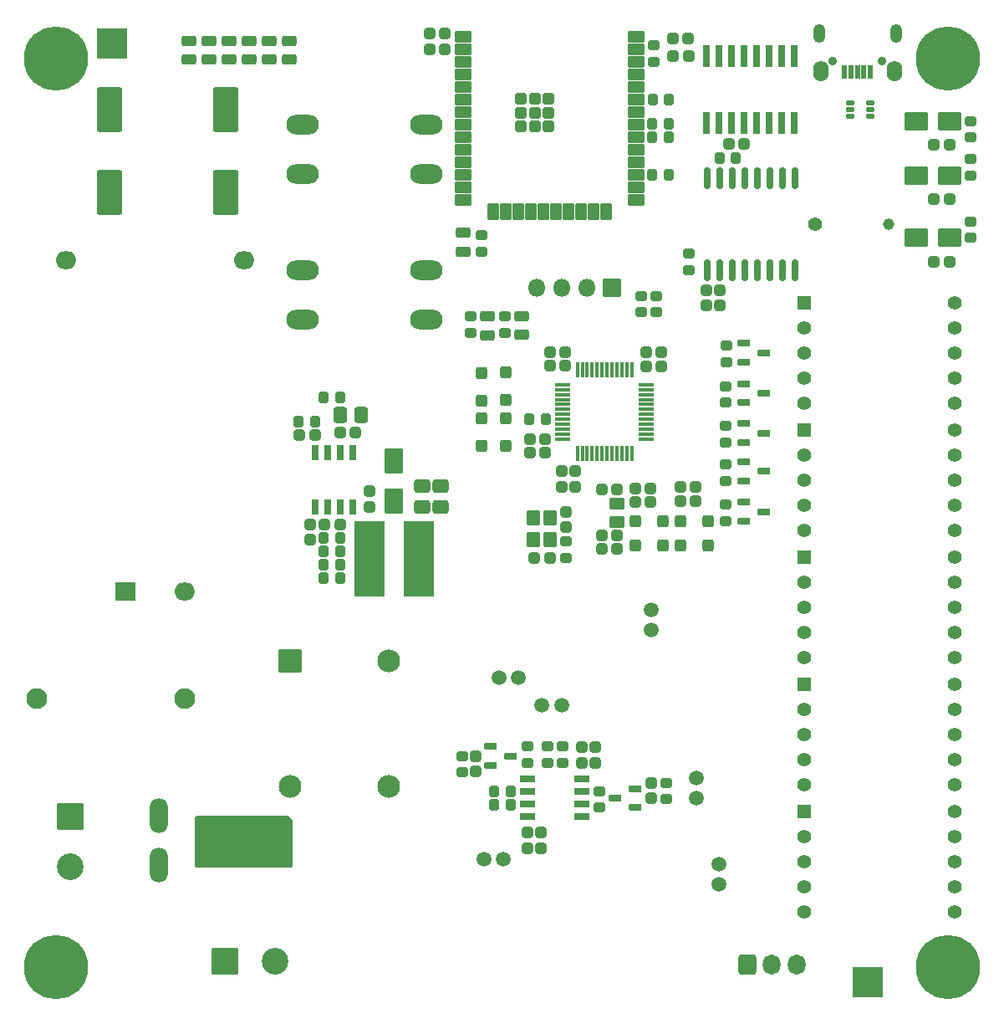
<source format=gbr>
%TF.GenerationSoftware,KiCad,Pcbnew,8.0.5*%
%TF.CreationDate,2024-11-25T17:26:57+07:00*%
%TF.ProjectId,MEASURE_POWER_AC,4d454153-5552-4455-9f50-4f5745525f41,rev?*%
%TF.SameCoordinates,Original*%
%TF.FileFunction,Soldermask,Top*%
%TF.FilePolarity,Negative*%
%FSLAX46Y46*%
G04 Gerber Fmt 4.6, Leading zero omitted, Abs format (unit mm)*
G04 Created by KiCad (PCBNEW 8.0.5) date 2024-11-25 17:26:57*
%MOMM*%
%LPD*%
G01*
G04 APERTURE LIST*
G04 Aperture macros list*
%AMRoundRect*
0 Rectangle with rounded corners*
0 $1 Rounding radius*
0 $2 $3 $4 $5 $6 $7 $8 $9 X,Y pos of 4 corners*
0 Add a 4 corners polygon primitive as box body*
4,1,4,$2,$3,$4,$5,$6,$7,$8,$9,$2,$3,0*
0 Add four circle primitives for the rounded corners*
1,1,$1+$1,$2,$3*
1,1,$1+$1,$4,$5*
1,1,$1+$1,$6,$7*
1,1,$1+$1,$8,$9*
0 Add four rect primitives between the rounded corners*
20,1,$1+$1,$2,$3,$4,$5,0*
20,1,$1+$1,$4,$5,$6,$7,0*
20,1,$1+$1,$6,$7,$8,$9,0*
20,1,$1+$1,$8,$9,$2,$3,0*%
G04 Aperture macros list end*
%ADD10C,1.501600*%
%ADD11RoundRect,0.251000X-0.326000X0.251000X-0.326000X-0.251000X0.326000X-0.251000X0.326000X0.251000X0*%
%ADD12RoundRect,0.251000X-0.251000X-0.326000X0.251000X-0.326000X0.251000X0.326000X-0.251000X0.326000X0*%
%ADD13RoundRect,0.269150X-0.481650X0.269150X-0.481650X-0.269150X0.481650X-0.269150X0.481650X0.269150X0*%
%ADD14RoundRect,0.050800X-0.660400X0.660400X-0.660400X-0.660400X0.660400X-0.660400X0.660400X0.660400X0*%
%ADD15C,1.422400*%
%ADD16RoundRect,0.276000X0.276000X0.301000X-0.276000X0.301000X-0.276000X-0.301000X0.276000X-0.301000X0*%
%ADD17RoundRect,0.276000X0.301000X-0.276000X0.301000X0.276000X-0.301000X0.276000X-0.301000X-0.276000X0*%
%ADD18RoundRect,0.251000X0.326000X-0.251000X0.326000X0.251000X-0.326000X0.251000X-0.326000X-0.251000X0*%
%ADD19RoundRect,0.269150X0.481650X-0.269150X0.481650X0.269150X-0.481650X0.269150X-0.481650X-0.269150X0*%
%ADD20RoundRect,0.050800X-0.584200X0.266700X-0.584200X-0.266700X0.584200X-0.266700X0.584200X0.266700X0*%
%ADD21C,2.101600*%
%ADD22RoundRect,0.276000X-0.276000X-0.301000X0.276000X-0.301000X0.276000X0.301000X-0.276000X0.301000X0*%
%ADD23RoundRect,0.276000X-0.301000X0.276000X-0.301000X-0.276000X0.301000X-0.276000X0.301000X0.276000X0*%
%ADD24RoundRect,0.293404X-0.533596X0.396096X-0.533596X-0.396096X0.533596X-0.396096X0.533596X0.396096X0*%
%ADD25O,1.854000X3.504000*%
%ADD26RoundRect,0.050800X-1.100000X-0.850000X1.100000X-0.850000X1.100000X0.850000X-1.100000X0.850000X0*%
%ADD27RoundRect,0.050800X1.000000X-0.850000X1.000000X0.850000X-1.000000X0.850000X-1.000000X-0.850000X0*%
%ADD28O,2.101600X1.801600*%
%ADD29RoundRect,0.050800X-1.500000X-1.500000X1.500000X-1.500000X1.500000X1.500000X-1.500000X1.500000X0*%
%ADD30C,0.901600*%
%ADD31C,6.501600*%
%ADD32RoundRect,0.264111X0.686689X-1.036689X0.686689X1.036689X-0.686689X1.036689X-0.686689X-1.036689X0*%
%ADD33RoundRect,0.251000X0.251000X0.326000X-0.251000X0.326000X-0.251000X-0.326000X0.251000X-0.326000X0*%
%ADD34RoundRect,0.102000X-0.750000X-0.450000X0.750000X-0.450000X0.750000X0.450000X-0.750000X0.450000X0*%
%ADD35RoundRect,0.102000X-0.450000X-0.750000X0.450000X-0.750000X0.450000X0.750000X-0.450000X0.750000X0*%
%ADD36RoundRect,0.102000X-0.450000X-0.450000X0.450000X-0.450000X0.450000X0.450000X-0.450000X0.450000X0*%
%ADD37RoundRect,0.050800X-0.266700X0.730250X-0.266700X-0.730250X0.266700X-0.730250X0.266700X0.730250X0*%
%ADD38RoundRect,0.050800X1.498600X3.746500X-1.498600X3.746500X-1.498600X-3.746500X1.498600X-3.746500X0*%
%ADD39RoundRect,0.273091X-0.327709X-0.327709X0.327709X-0.327709X0.327709X0.327709X-0.327709X0.327709X0*%
%ADD40RoundRect,0.260160X1.040640X-1.990640X1.040640X1.990640X-1.040640X1.990640X-1.040640X-1.990640X0*%
%ADD41O,3.301600X2.001600*%
%ADD42RoundRect,0.050800X-1.300000X1.300000X-1.300000X-1.300000X1.300000X-1.300000X1.300000X1.300000X0*%
%ADD43C,2.701600*%
%ADD44RoundRect,0.273091X-0.327709X0.327709X-0.327709X-0.327709X0.327709X-0.327709X0.327709X0.327709X0*%
%ADD45RoundRect,0.175400X0.175400X-0.900400X0.175400X0.900400X-0.175400X0.900400X-0.175400X-0.900400X0*%
%ADD46RoundRect,0.050800X-0.730250X-0.266700X0.730250X-0.266700X0.730250X0.266700X-0.730250X0.266700X0*%
%ADD47RoundRect,0.050800X0.139700X0.736600X-0.139700X0.736600X-0.139700X-0.736600X0.139700X-0.736600X0*%
%ADD48RoundRect,0.050800X0.736600X-0.139700X0.736600X0.139700X-0.736600X0.139700X-0.736600X-0.139700X0*%
%ADD49RoundRect,0.273091X0.327709X0.327709X-0.327709X0.327709X-0.327709X-0.327709X0.327709X-0.327709X0*%
%ADD50RoundRect,0.050800X0.279400X-1.079500X0.279400X1.079500X-0.279400X1.079500X-0.279400X-1.079500X0*%
%ADD51RoundRect,0.264941X-0.635859X-0.760859X0.635859X-0.760859X0.635859X0.760859X-0.635859X0.760859X0*%
%ADD52O,1.801600X2.051600*%
%ADD53RoundRect,0.050800X-0.368300X-0.177800X0.368300X-0.177800X0.368300X0.177800X-0.368300X0.177800X0*%
%ADD54RoundRect,0.273091X0.327709X-0.327709X0.327709X0.327709X-0.327709X0.327709X-0.327709X-0.327709X0*%
%ADD55RoundRect,0.050800X-0.600000X0.700000X-0.600000X-0.700000X0.600000X-0.700000X0.600000X0.700000X0*%
%ADD56O,0.901600X0.901600*%
%ADD57RoundRect,0.050800X0.225000X0.650000X-0.225000X0.650000X-0.225000X-0.650000X0.225000X-0.650000X0*%
%ADD58O,1.251600X1.901600*%
%ADD59O,1.551600X2.101600*%
%ADD60RoundRect,0.050800X-1.100000X-1.100000X1.100000X-1.100000X1.100000X1.100000X-1.100000X1.100000X0*%
%ADD61C,2.301600*%
%ADD62RoundRect,0.050800X-0.850000X0.850000X-0.850000X-0.850000X0.850000X-0.850000X0.850000X0.850000X0*%
%ADD63O,1.801600X1.801600*%
%ADD64RoundRect,0.293404X0.396096X0.533596X-0.396096X0.533596X-0.396096X-0.533596X0.396096X-0.533596X0*%
%ADD65RoundRect,0.050800X0.584200X-0.266700X0.584200X0.266700X-0.584200X0.266700X-0.584200X-0.266700X0*%
%ADD66RoundRect,0.299756X-0.502244X0.314744X-0.502244X-0.314744X0.502244X-0.314744X0.502244X0.314744X0*%
%ADD67RoundRect,0.050800X-1.300000X-1.300000X1.300000X-1.300000X1.300000X1.300000X-1.300000X1.300000X0*%
%ADD68C,1.401600*%
%ADD69C,1.151600*%
G04 APERTURE END LIST*
D10*
%TO.C,TP3*%
X251472400Y-112633000D03*
X251472400Y-110633000D03*
%TD*%
D11*
%TO.C,R5*%
X229756600Y-55157000D03*
X229756600Y-56807000D03*
%TD*%
D12*
%TO.C,R12*%
X244717200Y-33195600D03*
X246367200Y-33195600D03*
%TD*%
D10*
%TO.C,TP2*%
X235492800Y-94538800D03*
X233492800Y-94538800D03*
%TD*%
D13*
%TO.C,D23*%
X205887320Y-27281900D03*
X205887320Y-29156900D03*
%TD*%
D14*
%TO.C,D15*%
X260096400Y-53771000D03*
D15*
X260096400Y-56311000D03*
X260096400Y-58851000D03*
X260096400Y-61391000D03*
X260096400Y-63931000D03*
X275336400Y-63931000D03*
X275336400Y-61391000D03*
X275336400Y-58851000D03*
X275336400Y-56311000D03*
X275336400Y-53771000D03*
%TD*%
D16*
%TO.C,C5*%
X245618600Y-58805000D03*
X244068600Y-58805000D03*
%TD*%
D17*
%TO.C,C98*%
X251510800Y-54064200D03*
X251510800Y-52514200D03*
%TD*%
D18*
%TO.C,R3*%
X276924400Y-47194200D03*
X276924400Y-45544200D03*
%TD*%
D12*
%TO.C,R9*%
X244691800Y-40815600D03*
X246341800Y-40815600D03*
%TD*%
D16*
%TO.C,C78*%
X213058809Y-76200000D03*
X211508809Y-76200000D03*
%TD*%
D18*
%TO.C,R8*%
X227418000Y-48587900D03*
X227418000Y-46937900D03*
%TD*%
D14*
%TO.C,D17*%
X260096400Y-79539300D03*
D15*
X260096400Y-82079300D03*
X260096400Y-84619300D03*
X260096400Y-87159300D03*
X260096400Y-89699300D03*
X275336400Y-89699300D03*
X275336400Y-87159300D03*
X275336400Y-84619300D03*
X275336400Y-82079300D03*
X275336400Y-79539300D03*
%TD*%
D13*
%TO.C,D2*%
X231444800Y-55171100D03*
X231444800Y-57046100D03*
%TD*%
D19*
%TO.C,D25*%
X197739000Y-29156900D03*
X197739000Y-27281900D03*
%TD*%
D10*
%TO.C,TP6*%
X249199400Y-103920800D03*
X249199400Y-101920800D03*
%TD*%
D18*
%TO.C,R54*%
X252151000Y-71786599D03*
X252151000Y-70136599D03*
%TD*%
D16*
%TO.C,C16*%
X234315000Y-79587600D03*
X232765000Y-79587600D03*
%TD*%
D18*
%TO.C,R13*%
X244829400Y-29399600D03*
X244829400Y-27749600D03*
%TD*%
D17*
%TO.C,C11*%
X235534200Y-72403000D03*
X235534200Y-70853000D03*
%TD*%
D10*
%TO.C,TP4*%
X244551200Y-86877400D03*
X244551200Y-84877400D03*
%TD*%
D20*
%TO.C,Q3*%
X253974600Y-57898599D03*
X253974600Y-59798601D03*
X256006600Y-58848600D03*
%TD*%
D21*
%TO.C,C74*%
X197354200Y-93798700D03*
X182354400Y-93798700D03*
%TD*%
D22*
%TO.C,C12*%
X232320800Y-68914200D03*
X233870800Y-68914200D03*
%TD*%
D18*
%TO.C,R6*%
X276924400Y-40920400D03*
X276924400Y-39270400D03*
%TD*%
D22*
%TO.C,C8*%
X247517000Y-73888600D03*
X249067000Y-73888600D03*
%TD*%
D14*
%TO.C,D16*%
X260096400Y-66655150D03*
D15*
X260096400Y-69195150D03*
X260096400Y-71735150D03*
X260096400Y-74275150D03*
X260096400Y-76815150D03*
X275336400Y-76815150D03*
X275336400Y-74275150D03*
X275336400Y-71735150D03*
X275336400Y-69195150D03*
X275336400Y-66655150D03*
%TD*%
D23*
%TO.C,C17*%
X235956000Y-74951800D03*
X235956000Y-76501800D03*
%TD*%
D24*
%TO.C,C88*%
X223266000Y-72336138D03*
X223266000Y-74411138D03*
%TD*%
D25*
%TO.C,RV1*%
X194691000Y-110678600D03*
X194691000Y-105678600D03*
%TD*%
D26*
%TO.C,SW1*%
X271387200Y-47194200D03*
X274787200Y-47194200D03*
%TD*%
D27*
%TO.C,PS1*%
X191354200Y-83032600D03*
D28*
X197354200Y-83032600D03*
X185354200Y-49432600D03*
X203354200Y-49432600D03*
%TD*%
D29*
%TO.C,TP7*%
X266522200Y-122555000D03*
%TD*%
D10*
%TO.C,TP1*%
X227625400Y-110109000D03*
X229625400Y-110109000D03*
%TD*%
D19*
%TO.C,D3*%
X225526600Y-48587900D03*
X225526600Y-46712900D03*
%TD*%
D22*
%TO.C,C10*%
X232320800Y-67574800D03*
X233870800Y-67574800D03*
%TD*%
D30*
%TO.C,H4*%
X272224800Y-29057600D03*
X272927744Y-27360544D03*
X272927744Y-30754656D03*
X274624800Y-26657600D03*
D31*
X274624800Y-29057600D03*
D30*
X274624800Y-31457600D03*
X276321856Y-27360544D03*
X276321856Y-30754656D03*
X277024800Y-29057600D03*
%TD*%
D11*
%TO.C,R7*%
X276924400Y-35396600D03*
X276924400Y-37046600D03*
%TD*%
D32*
%TO.C,D14*%
X218541600Y-69831200D03*
X218541600Y-73831200D03*
%TD*%
D33*
%TO.C,R38*%
X213058809Y-81674600D03*
X211408809Y-81674600D03*
%TD*%
D34*
%TO.C,U2*%
X225526600Y-26845600D03*
X225526600Y-28115600D03*
X225526600Y-29385600D03*
X225526600Y-30655600D03*
X225526600Y-31925600D03*
X225526600Y-33195600D03*
X225526600Y-34465600D03*
X225526600Y-35735600D03*
X225526600Y-37005600D03*
X225526600Y-38275600D03*
X225526600Y-39545600D03*
X225526600Y-40815600D03*
X225526600Y-42085600D03*
X225526600Y-43355600D03*
D35*
X228561600Y-44605600D03*
X229831600Y-44605600D03*
X231101600Y-44605600D03*
X232371600Y-44605600D03*
X233641600Y-44605600D03*
X234911600Y-44605600D03*
X236181600Y-44605600D03*
X237451600Y-44605600D03*
X238721600Y-44605600D03*
X239991600Y-44605600D03*
D34*
X243026600Y-43355600D03*
X243026600Y-42085600D03*
X243026600Y-40815600D03*
X243026600Y-39545600D03*
X243026600Y-38275600D03*
X243026600Y-37005600D03*
X243026600Y-35735600D03*
X243026600Y-34465600D03*
X243026600Y-33195600D03*
X243026600Y-31925600D03*
X243026600Y-30655600D03*
X243026600Y-29385600D03*
X243026600Y-28115600D03*
X243026600Y-26845600D03*
D36*
X231376600Y-33165600D03*
X232776600Y-33165600D03*
X234176600Y-33165600D03*
X231376600Y-34565600D03*
X232776600Y-34565600D03*
X234176600Y-34565600D03*
X231376600Y-35965600D03*
X232776600Y-35965600D03*
X234176600Y-35965600D03*
%TD*%
D17*
%TO.C,C9*%
X236905800Y-72377600D03*
X236905800Y-70827600D03*
%TD*%
D37*
%TO.C,U13*%
X214328809Y-68962838D03*
X213058809Y-68962838D03*
X211788809Y-68962838D03*
X210518809Y-68962838D03*
X210518809Y-74411138D03*
X211788809Y-74411138D03*
X213058809Y-74411138D03*
X214328809Y-74411138D03*
%TD*%
D38*
%TO.C,L1*%
X221027000Y-79687988D03*
X216027000Y-79687988D03*
%TD*%
D22*
%TO.C,C101*%
X246824200Y-28829000D03*
X248374200Y-28829000D03*
%TD*%
D23*
%TO.C,C68*%
X244627400Y-102399800D03*
X244627400Y-103949800D03*
%TD*%
D39*
%TO.C,D9*%
X242953100Y-75869800D03*
X245753100Y-75869800D03*
%TD*%
D11*
%TO.C,R1*%
X235944200Y-77937600D03*
X235944200Y-79587600D03*
%TD*%
D22*
%TO.C,C18*%
X273237200Y-49657000D03*
X274787200Y-49657000D03*
%TD*%
D12*
%TO.C,R2*%
X232245800Y-65569200D03*
X233895800Y-65569200D03*
%TD*%
D16*
%TO.C,C1*%
X245618600Y-60202000D03*
X244068600Y-60202000D03*
%TD*%
D30*
%TO.C,H1*%
X272224800Y-121056400D03*
X272927744Y-119359344D03*
X272927744Y-122753456D03*
X274624800Y-118656400D03*
D31*
X274624800Y-121056400D03*
D30*
X274624800Y-123456400D03*
X276321856Y-119359344D03*
X276321856Y-122753456D03*
X277024800Y-121056400D03*
%TD*%
D40*
%TO.C,C92*%
X189687200Y-42630200D03*
X189687200Y-34230200D03*
%TD*%
D22*
%TO.C,C14*%
X239556800Y-77368400D03*
X241106800Y-77368400D03*
%TD*%
D17*
%TO.C,C97*%
X250139200Y-54064200D03*
X250139200Y-52514200D03*
%TD*%
D13*
%TO.C,D1*%
X227998200Y-55188000D03*
X227998200Y-57063000D03*
%TD*%
D20*
%TO.C,Q1*%
X228371400Y-98691800D03*
X228371400Y-100591802D03*
X230403400Y-99641801D03*
%TD*%
D22*
%TO.C,C100*%
X246769200Y-27051000D03*
X248319200Y-27051000D03*
%TD*%
D12*
%TO.C,R10*%
X244691800Y-37033600D03*
X246341800Y-37033600D03*
%TD*%
D18*
%TO.C,R31*%
X232073450Y-100341800D03*
X232073450Y-98691800D03*
%TD*%
D41*
%TO.C,SW4*%
X209295400Y-35776400D03*
X221795400Y-35776400D03*
X209295400Y-40776400D03*
X221795400Y-40776400D03*
%TD*%
D12*
%TO.C,R57*%
X251510800Y-39153200D03*
X253160800Y-39153200D03*
%TD*%
D22*
%TO.C,C6*%
X234352800Y-58754200D03*
X235902800Y-58754200D03*
%TD*%
D12*
%TO.C,R35*%
X211417800Y-63384800D03*
X213067800Y-63384800D03*
%TD*%
D14*
%TO.C,D19*%
X260096400Y-105307600D03*
D15*
X260096400Y-107847600D03*
X260096400Y-110387600D03*
X260096400Y-112927600D03*
X260096400Y-115467600D03*
X275336400Y-115467600D03*
X275336400Y-112927600D03*
X275336400Y-110387600D03*
X275336400Y-107847600D03*
X275336400Y-105307600D03*
%TD*%
D12*
%TO.C,R39*%
X211408809Y-80301200D03*
X213058809Y-80301200D03*
%TD*%
D41*
%TO.C,SW5*%
X209270000Y-50459000D03*
X221770000Y-50459000D03*
X209270000Y-55459000D03*
X221770000Y-55459000D03*
%TD*%
D42*
%TO.C,J2*%
X185724600Y-105811400D03*
D43*
X185724600Y-110891400D03*
%TD*%
D12*
%TO.C,R36*%
X208868809Y-65823200D03*
X210518809Y-65823200D03*
%TD*%
D44*
%TO.C,D13*%
X229844600Y-60855400D03*
X229844600Y-63655400D03*
%TD*%
D20*
%TO.C,Q4*%
X253949200Y-61970399D03*
X253949200Y-63870401D03*
X255981200Y-62920400D03*
%TD*%
D30*
%TO.C,H2*%
X181902400Y-121056400D03*
X182605344Y-119359344D03*
X182605344Y-122753456D03*
X184302400Y-118656400D03*
D31*
X184302400Y-121056400D03*
D30*
X184302400Y-123456400D03*
X185999456Y-119359344D03*
X185999456Y-122753456D03*
X186702400Y-121056400D03*
%TD*%
D18*
%TO.C,R34*%
X246087000Y-104023601D03*
X246087000Y-102373601D03*
%TD*%
D22*
%TO.C,C2*%
X234352800Y-60151200D03*
X235902800Y-60151200D03*
%TD*%
D23*
%TO.C,C21*%
X223635600Y-26565600D03*
X223635600Y-28115600D03*
%TD*%
D13*
%TO.C,D24*%
X201813160Y-27281900D03*
X201813160Y-29156900D03*
%TD*%
D22*
%TO.C,C80*%
X208968809Y-67183000D03*
X210518809Y-67183000D03*
%TD*%
D20*
%TO.C,Q6*%
X253949200Y-69886597D03*
X253949200Y-71786599D03*
X255981200Y-70836598D03*
%TD*%
D30*
%TO.C,H3*%
X181902400Y-29057600D03*
X182605344Y-27360544D03*
X182605344Y-30754656D03*
X184302400Y-26657600D03*
D31*
X184302400Y-29057600D03*
D30*
X184302400Y-31457600D03*
X185999456Y-27360544D03*
X185999456Y-30754656D03*
X186702400Y-29057600D03*
%TD*%
D23*
%TO.C,C65*%
X237521750Y-98791800D03*
X237521750Y-100341800D03*
%TD*%
D45*
%TO.C,U17*%
X250240800Y-50471600D03*
X251510800Y-50471600D03*
X252780800Y-50471600D03*
X254050800Y-50471600D03*
X255320800Y-50471600D03*
X256590800Y-50471600D03*
X257860800Y-50471600D03*
X259130800Y-50471600D03*
X259130800Y-41171600D03*
X257860800Y-41171600D03*
X256590800Y-41171600D03*
X255320800Y-41171600D03*
X254050800Y-41171600D03*
X252780800Y-41171600D03*
X251510800Y-41171600D03*
X250240800Y-41171600D03*
%TD*%
D12*
%TO.C,R28*%
X228689800Y-104634400D03*
X230339800Y-104634400D03*
%TD*%
D46*
%TO.C,U11*%
X232073450Y-101955600D03*
X232073450Y-103225600D03*
X232073450Y-104495600D03*
X232073450Y-105765600D03*
X237521750Y-105765600D03*
X237521750Y-104495600D03*
X237521750Y-103225600D03*
X237521750Y-101955600D03*
%TD*%
D47*
%TO.C,U1*%
X237102200Y-69041200D03*
X237602199Y-69041200D03*
X238102201Y-69041200D03*
X238602200Y-69041200D03*
X239102199Y-69041200D03*
X239602200Y-69041200D03*
X240102200Y-69041200D03*
X240602201Y-69041200D03*
X241102200Y-69041200D03*
X241602199Y-69041200D03*
X242102201Y-69041200D03*
X242602200Y-69041200D03*
D48*
X244068600Y-67574800D03*
X244068600Y-67074801D03*
X244068600Y-66574799D03*
X244068600Y-66074800D03*
X244068600Y-65574801D03*
X244068600Y-65074800D03*
X244068600Y-64574800D03*
X244068600Y-64074799D03*
X244068600Y-63574800D03*
X244068600Y-63074801D03*
X244068600Y-62574799D03*
X244068600Y-62074800D03*
D47*
X242602200Y-60608400D03*
X242102201Y-60608400D03*
X241602199Y-60608400D03*
X241102200Y-60608400D03*
X240602201Y-60608400D03*
X240102200Y-60608400D03*
X239602200Y-60608400D03*
X239102199Y-60608400D03*
X238602200Y-60608400D03*
X238102201Y-60608400D03*
X237602199Y-60608400D03*
X237102200Y-60608400D03*
D48*
X235635800Y-62074800D03*
X235635800Y-62574799D03*
X235635800Y-63074801D03*
X235635800Y-63574800D03*
X235635800Y-64074799D03*
X235635800Y-64574800D03*
X235635800Y-65074800D03*
X235635800Y-65574801D03*
X235635800Y-66074800D03*
X235635800Y-66574799D03*
X235635800Y-67074801D03*
X235635800Y-67574800D03*
%TD*%
D11*
%TO.C,R4*%
X226276800Y-55188000D03*
X226276800Y-56838000D03*
%TD*%
D12*
%TO.C,R27*%
X228689800Y-103237400D03*
X230339800Y-103237400D03*
%TD*%
%TO.C,R11*%
X244691800Y-35673400D03*
X246341800Y-35673400D03*
%TD*%
D23*
%TO.C,C22*%
X222111600Y-26565600D03*
X222111600Y-28115600D03*
%TD*%
D33*
%TO.C,R37*%
X213058809Y-77559800D03*
X211408809Y-77559800D03*
%TD*%
D49*
%TO.C,D8*%
X245753100Y-78333600D03*
X242953100Y-78333600D03*
%TD*%
D50*
%TO.C,U18*%
X250185800Y-35585400D03*
X251455800Y-35585400D03*
X252725800Y-35585400D03*
X253995800Y-35585400D03*
X255265800Y-35585400D03*
X256535800Y-35585400D03*
X257805800Y-35585400D03*
X259075800Y-35585400D03*
X259075800Y-28829000D03*
X257805800Y-28829000D03*
X256535800Y-28829000D03*
X255265800Y-28829000D03*
X253995800Y-28829000D03*
X252725800Y-28829000D03*
X251455800Y-28829000D03*
X250185800Y-28829000D03*
%TD*%
D51*
%TO.C,J3*%
X254294000Y-120726200D03*
D52*
X256794000Y-120726200D03*
X259294000Y-120726200D03*
%TD*%
D44*
%TO.C,D10*%
X227406200Y-65473100D03*
X227406200Y-68273100D03*
%TD*%
D11*
%TO.C,R32*%
X239332400Y-103225600D03*
X239332400Y-104875600D03*
%TD*%
D26*
%TO.C,SW2*%
X271387200Y-40920400D03*
X274787200Y-40920400D03*
%TD*%
D18*
%TO.C,R55*%
X252151000Y-75880001D03*
X252151000Y-74230001D03*
%TD*%
D53*
%TO.C,D20*%
X264718800Y-33553400D03*
X264718800Y-34213800D03*
X264718800Y-34874200D03*
X266801600Y-34874200D03*
X266801600Y-34213800D03*
X266801600Y-33553400D03*
%TD*%
D20*
%TO.C,Q5*%
X253949200Y-66013997D03*
X253949200Y-67913999D03*
X255981200Y-66963998D03*
%TD*%
D11*
%TO.C,R30*%
X234100000Y-98691800D03*
X234100000Y-100341800D03*
%TD*%
D33*
%TO.C,R40*%
X213058809Y-78931400D03*
X211408809Y-78931400D03*
%TD*%
D17*
%TO.C,C77*%
X210036209Y-77750000D03*
X210036209Y-76200000D03*
%TD*%
D23*
%TO.C,C66*%
X233451400Y-107429000D03*
X233451400Y-108979000D03*
%TD*%
D54*
%TO.C,D11*%
X229844600Y-68247700D03*
X229844600Y-65447700D03*
%TD*%
D11*
%TO.C,R29*%
X235598600Y-98691800D03*
X235598600Y-100341800D03*
%TD*%
D55*
%TO.C,Y1*%
X232615000Y-75574800D03*
X232615000Y-77774800D03*
X234315000Y-77774800D03*
X234315000Y-75574800D03*
%TD*%
D22*
%TO.C,C20*%
X273237200Y-37808600D03*
X274787200Y-37808600D03*
%TD*%
D11*
%TO.C,R33*%
X225438600Y-99641801D03*
X225438600Y-101291801D03*
%TD*%
D18*
%TO.C,R53*%
X252151000Y-67913999D03*
X252151000Y-66263999D03*
%TD*%
D39*
%TO.C,D6*%
X247517000Y-78333600D03*
X250317000Y-78333600D03*
%TD*%
D22*
%TO.C,C13*%
X239556800Y-78714600D03*
X241106800Y-78714600D03*
%TD*%
D16*
%TO.C,C72*%
X214621209Y-66937188D03*
X213071209Y-66937188D03*
%TD*%
D13*
%TO.C,D22*%
X199776080Y-27281900D03*
X199776080Y-29156900D03*
%TD*%
D14*
%TO.C,D18*%
X260096400Y-92423450D03*
D15*
X260096400Y-94963450D03*
X260096400Y-97503450D03*
X260096400Y-100043450D03*
X260096400Y-102583450D03*
X275336400Y-102583450D03*
X275336400Y-100043450D03*
X275336400Y-97503450D03*
X275336400Y-94963450D03*
X275336400Y-92423450D03*
%TD*%
D10*
%TO.C,TP5*%
X229149400Y-91694000D03*
X231149400Y-91694000D03*
%TD*%
D13*
%TO.C,D26*%
X207924400Y-27281900D03*
X207924400Y-29156900D03*
%TD*%
D56*
%TO.C,J5*%
X267980800Y-29298800D03*
X262980800Y-29298800D03*
D57*
X266780800Y-30398800D03*
X266130800Y-30398800D03*
X265480800Y-30398800D03*
X264830800Y-30398800D03*
X264180800Y-30398800D03*
D58*
X269355800Y-26548800D03*
D59*
X269205800Y-30348800D03*
X261755800Y-30348800D03*
D58*
X261605800Y-26548800D03*
%TD*%
D18*
%TO.C,R52*%
X252151000Y-63870401D03*
X252151000Y-62220401D03*
%TD*%
D54*
%TO.C,D12*%
X227406200Y-63706200D03*
X227406200Y-60906200D03*
%TD*%
D23*
%TO.C,C64*%
X238887000Y-98791800D03*
X238887000Y-100341800D03*
%TD*%
D60*
%TO.C,TR1*%
X208033600Y-89992200D03*
D61*
X208033600Y-102692200D03*
X218033600Y-102692200D03*
X218033600Y-89992200D03*
%TD*%
D49*
%TO.C,D7*%
X250317000Y-75869800D03*
X247517000Y-75869800D03*
%TD*%
D11*
%TO.C,R58*%
X248374800Y-48821600D03*
X248374800Y-50471600D03*
%TD*%
D13*
%TO.C,D21*%
X203835240Y-27277300D03*
X203835240Y-29152300D03*
%TD*%
D18*
%TO.C,R42*%
X243572400Y-54748800D03*
X243572400Y-53098800D03*
%TD*%
D62*
%TO.C,J1*%
X240642201Y-52273200D03*
D63*
X238102201Y-52273200D03*
X235562201Y-52273200D03*
X233022201Y-52273200D03*
%TD*%
D64*
%TO.C,C70*%
X215172509Y-65159188D03*
X213097509Y-65159188D03*
%TD*%
D23*
%TO.C,C67*%
X232073450Y-107429000D03*
X232073450Y-108979000D03*
%TD*%
D18*
%TO.C,R51*%
X252176400Y-59801000D03*
X252176400Y-58151000D03*
%TD*%
D17*
%TO.C,C69*%
X226771200Y-101191801D03*
X226771200Y-99641801D03*
%TD*%
D26*
%TO.C,SW3*%
X271387200Y-35396600D03*
X274787200Y-35396600D03*
%TD*%
D65*
%TO.C,Q2*%
X243001800Y-104875600D03*
X243001800Y-102975598D03*
X240969800Y-103925599D03*
%TD*%
D17*
%TO.C,C82*%
X216027000Y-74411138D03*
X216027000Y-72861138D03*
%TD*%
D22*
%TO.C,C15*%
X239556800Y-72694800D03*
X241106800Y-72694800D03*
%TD*%
D20*
%TO.C,Q7*%
X253949200Y-73979999D03*
X253949200Y-75880001D03*
X255981200Y-74930000D03*
%TD*%
D18*
%TO.C,R41*%
X245096400Y-54748800D03*
X245096400Y-53098800D03*
%TD*%
D66*
%TO.C,FB1*%
X241106800Y-74141164D03*
X241106800Y-75966164D03*
%TD*%
D16*
%TO.C,C3*%
X244503100Y-73939400D03*
X242953100Y-73939400D03*
%TD*%
%TO.C,C7*%
X244503100Y-72567800D03*
X242953100Y-72567800D03*
%TD*%
D22*
%TO.C,C4*%
X247517000Y-72415400D03*
X249067000Y-72415400D03*
%TD*%
D40*
%TO.C,C93*%
X201472800Y-42639700D03*
X201472800Y-34239700D03*
%TD*%
D22*
%TO.C,C99*%
X252445800Y-37693600D03*
X253995800Y-37693600D03*
%TD*%
D29*
%TO.C,TP8*%
X189992000Y-27508200D03*
%TD*%
D67*
%TO.C,J4*%
X201396600Y-120446800D03*
D43*
X206476600Y-120446800D03*
%TD*%
D22*
%TO.C,C19*%
X273237200Y-43332400D03*
X274787200Y-43332400D03*
%TD*%
D24*
%TO.C,C86*%
X221361000Y-72336138D03*
X221361000Y-74411138D03*
%TD*%
D68*
%TO.C,BT1*%
X261171600Y-45821600D03*
D69*
X268621600Y-45821600D03*
%TD*%
G36*
X207865661Y-105734013D02*
G01*
X207877665Y-105744265D01*
X208275935Y-106142535D01*
X208304161Y-106197933D01*
X208305400Y-106213670D01*
X208305400Y-110702330D01*
X208286187Y-110761461D01*
X208275935Y-110773465D01*
X208131665Y-110917735D01*
X208076267Y-110945961D01*
X208060530Y-110947200D01*
X198542670Y-110947200D01*
X198483539Y-110927987D01*
X198471535Y-110917735D01*
X198352665Y-110798865D01*
X198324439Y-110743467D01*
X198323200Y-110727730D01*
X198323200Y-105959670D01*
X198342413Y-105900539D01*
X198352665Y-105888535D01*
X198496935Y-105744265D01*
X198552333Y-105716039D01*
X198568070Y-105714800D01*
X207806530Y-105714800D01*
X207865661Y-105734013D01*
G37*
M02*

</source>
